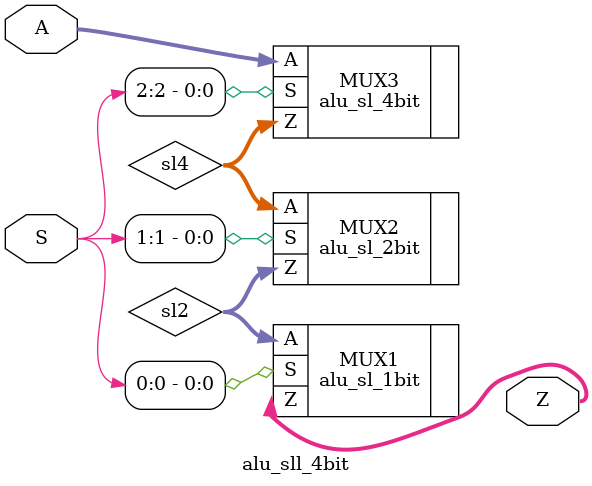
<source format=v>
`timescale 1ns / 1ps
`default_nettype none

module alu_sll_4bit(A, S, Z);
    parameter N = 32;

	//port definitions

	input wire [(N-1):0] A;
	input wire [2:0] S;
    output wire [(N-1):0] Z;
    wire [(N-1):0] sl2, sl4, sl8, sl16;

	alu_sl_4bit #(.N(N)) MUX3 (.A(A), .S(S[2]), .Z(sl4));

	alu_sl_2bit #(.N(N)) MUX2 (.A(sl4), .S(S[1]), .Z(sl2));
	alu_sl_1bit #(.N(N)) MUX1 (.A(sl2), .S(S[0]), .Z(Z));
endmodule

</source>
